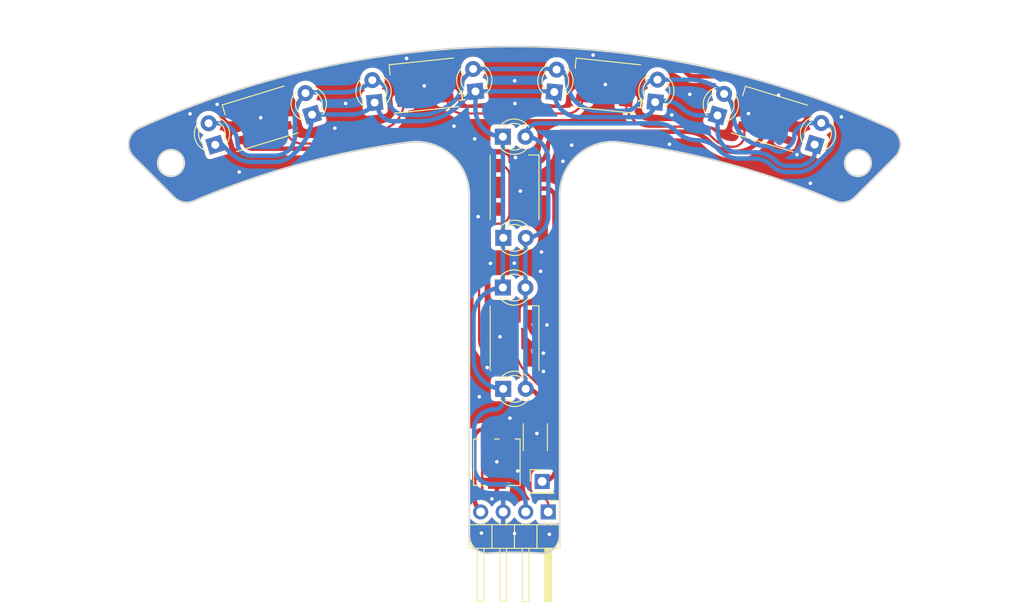
<source format=kicad_pcb>
(kicad_pcb (version 20221018) (generator pcbnew)
  (layers (0 "F.Cu" signal) (31 "B.Cu" signal) (34 "B.Paste" user) (35 "F.Paste" user) (36 "B.SilkS" user "B.Silkscreen") (37 "F.SilkS" user "F.Silkscreen") (38 "B.Mask" user) (39 "F.Mask" user) (44 "Edge.Cuts" user))
  (net 0 "")
  (net 1 "Net-(D1-DOUT)")
  (net 2 "GND")
  (net 3 "+5V")
  (net 4 "/PWM")
  (net 5 "Net-(D2-DOUT)")
  (net 6 "Net-(D3-DOUT)")
  (net 7 "Net-(D4-DOUT)")
  (net 8 "+3.3V")
  (net 9 "/S")
  (net 10 "Net-(Q1-E)")
  (net 12 "Net-(D4-DIN)")
  (footprint "Connector_PinHeader_2.54mm:PinHeader_1x01_P2.54mm_Vertical" (layer "F.Cu") (at 157.1 72.5)
    (fp_text reference "J2" hide)
    (fp_text value "Conn_01x01_Pin")
    (pad "1" thru_hole rect (at 0 0) (size 1.7 1.7) (drill 1) (layers "*.Cu" "*.Mask") (net 3 "+5V"))
  )
  (footprint "LED_THT:LED_D3.0mm_Clear" (layer "F.Cu") (at 176.863974 31.23794 73)
    (fp_text reference "Q7" hide)
    (fp_text value "Q_Photo_NPN")
    (pad "1" thru_hole rect (at 0 0 73) (size 1.8 1.8) (drill 0.9) (layers "*.Cu" "*.Mask") (net 8 "+3.3V"))
    (pad "2" thru_hole circle (at 2.54 0 73) (size 1.8 1.8) (drill 0.9) (layers "*.Cu" "*.Mask") (net 10 "Net-(Q1-E)"))
  )
  (footprint "LED_THT:LED_D3.0mm_Clear" (layer "F.Cu") (at 152.705 62.06)
    (fp_text reference "Q12" hide)
    (fp_text value "Q_Photo_NPN")
    (pad "1" thru_hole rect (at 0 0) (size 1.8 1.8) (drill 0.9) (layers "*.Cu" "*.Mask") (net 8 "+3.3V"))
    (pad "2" thru_hole circle (at 2.54 0) (size 1.8 1.8) (drill 0.9) (layers "*.Cu" "*.Mask") (net 10 "Net-(Q1-E)"))
  )
  (footprint "LED_SMD:LED_WS2812B_PLCC4_5.0x5.0mm_P3.2mm" (layer "F.Cu") (at 182.708943 31.649842 163)
    (fp_text reference "D5" hide)
    (fp_text value "NeoPixel_THT")
    (pad "1" smd rect (at -2.45 -1.65 163) (size 1.5 0.9) (layers "F.Cu" "F.Paste" "F.Mask"))
    (pad "2" smd rect (at -2.45 1.65 163) (size 1.5 0.9) (layers "F.Cu" "F.Paste" "F.Mask") (net 2 "GND"))
    (pad "3" smd rect (at 2.45 1.65 163) (size 1.5 0.9) (layers "F.Cu" "F.Paste" "F.Mask") (net 3 "+5V"))
    (pad "4" smd rect (at 2.45 -1.65 163) (size 1.5 0.9) (layers "F.Cu" "F.Paste" "F.Mask") (net 7 "Net-(D4-DOUT)"))
  )
  (footprint "LED_THT:LED_D3.0mm_Clear" (layer "F.Cu") (at 149.582139 28.53351 96)
    (fp_text reference "Q4" hide)
    (fp_text value "Q_Photo_NPN")
    (pad "1" thru_hole rect (at 0 0 96) (size 1.8 1.8) (drill 0.9) (layers "*.Cu" "*.Mask") (net 8 "+3.3V"))
    (pad "2" thru_hole circle (at 2.54 0 96) (size 1.8 1.8) (drill 0.9) (layers "*.Cu" "*.Mask") (net 10 "Net-(Q1-E)"))
  )
  (footprint "LED_SMD:LED_WS2812B_PLCC4_5.0x5.0mm_P3.2mm" (layer "F.Cu") (at 125.327475 31.625876 -163)
    (fp_text reference "D3" hide)
    (fp_text value "NeoPixel_THT")
    (pad "1" smd rect (at -2.45 -1.65 197) (size 1.5 0.9) (layers "F.Cu" "F.Paste" "F.Mask") (net 6 "Net-(D3-DOUT)"))
    (pad "2" smd rect (at -2.45 1.65 197) (size 1.5 0.9) (layers "F.Cu" "F.Paste" "F.Mask") (net 2 "GND"))
    (pad "3" smd rect (at 2.45 1.65 197) (size 1.5 0.9) (layers "F.Cu" "F.Paste" "F.Mask") (net 3 "+5V"))
    (pad "4" smd rect (at 2.45 -1.65 197) (size 1.5 0.9) (layers "F.Cu" "F.Paste" "F.Mask") (net 5 "Net-(D2-DOUT)"))
  )
  (footprint "LED_THT:LED_D3.0mm_Clear" (layer "F.Cu") (at 131.164465 31.153672 107)
    (fp_text reference "Q2" hide)
    (fp_text value "Q_Photo_NPN")
    (pad "1" thru_hole rect (at 0 0 107) (size 1.8 1.8) (drill 0.9) (layers "*.Cu" "*.Mask") (net 8 "+3.3V"))
    (pad "2" thru_hole circle (at 2.54 0 107) (size 1.8 1.8) (drill 0.9) (layers "*.Cu" "*.Mask") (net 10 "Net-(Q1-E)"))
  )
  (footprint "LED_SMD:LED_WS2812B_PLCC4_5.0x5.0mm_P3.2mm" (layer "F.Cu") (at 153.985 56.35 90)
    (fp_text reference "D1" hide)
    (fp_text value "NeoPixel_THT")
    (pad "1" smd rect (at -2.45 -1.65 90) (size 1.5 0.9) (layers "F.Cu" "F.Paste" "F.Mask") (net 1 "Net-(D1-DOUT)"))
    (pad "2" smd rect (at -2.45 1.65 90) (size 1.5 0.9) (layers "F.Cu" "F.Paste" "F.Mask") (net 2 "GND"))
    (pad "3" smd rect (at 2.45 1.65 90) (size 1.5 0.9) (layers "F.Cu" "F.Paste" "F.Mask") (net 3 "+5V"))
    (pad "4" smd rect (at 2.45 -1.65 90) (size 1.5 0.9) (layers "F.Cu" "F.Paste" "F.Mask") (net 4 "/PWM"))
  )
  (footprint "LED_THT:LED_D3.0mm_Clear" (layer "F.Cu") (at 187.81208 34.522371 73)
    (fp_text reference "Q8" hide)
    (fp_text value "Q_Photo_NPN")
    (pad "1" thru_hole rect (at 0 0 73) (size 1.8 1.8) (drill 0.9) (layers "*.Cu" "*.Mask") (net 8 "+3.3V"))
    (pad "2" thru_hole circle (at 2.54 0 73) (size 1.8 1.8) (drill 0.9) (layers "*.Cu" "*.Mask") (net 10 "Net-(Q1-E)"))
  )
  (footprint "LED_THT:LED_D3.0mm_Clear" (layer "F.Cu") (at 138.221025 29.787942 96)
    (fp_text reference "Q3" hide)
    (fp_text value "Q_Photo_NPN")
    (pad "1" thru_hole rect (at 0 0 96) (size 1.8 1.8) (drill 0.9) (layers "*.Cu" "*.Mask") (net 8 "+3.3V"))
    (pad "2" thru_hole circle (at 2.54 0 96) (size 1.8 1.8) (drill 0.9) (layers "*.Cu" "*.Mask") (net 10 "Net-(Q1-E)"))
  )
  (footprint "Connector_PinHeader_2.54mm:PinHeader_1x04_P2.54mm_Horizontal" (layer "F.Cu") (at 157.784013 75.93102 -90)
    (fp_text reference "J1" hide)
    (fp_text value "Conn_01x04_Pin")
    (pad "1" thru_hole rect (at 0 0 270) (size 1.7 1.7) (drill 1) (layers "*.Cu" "*.Mask") (net 4 "/PWM"))
    (pad "2" thru_hole oval (at 0 2.54 270) (size 1.7 1.7) (drill 1) (layers "*.Cu" "*.Mask") (net 8 "+3.3V"))
    (pad "3" thru_hole oval (at 0 5.08 270) (size 1.7 1.7) (drill 1) (layers "*.Cu" "*.Mask") (net 2 "GND"))
    (pad "4" thru_hole oval (at 0 7.62 270) (size 1.7 1.7) (drill 1) (layers "*.Cu" "*.Mask") (net 9 "/S"))
  )
  (footprint "Resistor_SMD:R_2010_5025Metric" (layer "F.Cu") (at 156.33 67.51 90)
    (fp_text reference "R1" hide)
    (fp_text value "1K")
    (pad "1" smd roundrect (at -2.3125 0 90) (size 1.225 2.65) (layers "F.Cu" "F.Paste" "F.Mask") (roundrect_rratio 0.2040816327) (net 9 "/S"))
    (pad "2" smd roundrect (at 2.3125 0 90) (size 1.225 2.65) (layers "F.Cu" "F.Paste" "F.Mask") (roundrect_rratio 0.2040816327) (net 10 "Net-(Q1-E)"))
  )
  (footprint "LED_THT:LED_D3.0mm_Clear" (layer "F.Cu") (at 169.834742 29.737884 84)
    (fp_text reference "Q6" hide)
    (fp_text value "Q_Photo_NPN")
    (pad "1" thru_hole rect (at 0 0 84) (size 1.8 1.8) (drill 0.9) (layers "*.Cu" "*.Mask") (net 8 "+3.3V"))
    (pad "2" thru_hole circle (at 2.54 0 84) (size 1.8 1.8) (drill 0.9) (layers "*.Cu" "*.Mask") (net 10 "Net-(Q1-E)"))
  )
  (footprint "Potentiometer_SMD:Potentiometer_Vishay_TS53YJ_Vertical" (layer "F.Cu") (at 151.99 70.33 90)
    (fp_text reference "RV1" hide)
    (fp_text value "R_Potentiometer_Trim_US")
    (pad "1" smd rect (at 2 -1.15 90) (size 2 1.3) (layers "F.Cu" "F.Paste" "F.Mask"))
    (pad "2" smd rect (at -2 0 90) (size 2 2) (layers "F.Cu" "F.Paste" "F.Mask") (net 2 "GND"))
    (pad "3" smd rect (at 2 1.15 90) (size 2 1.3) (layers "F.Cu" "F.Paste" "F.Mask") (net 9 "/S"))
  )
  (footprint "LED_SMD:LED_WS2812B_PLCC4_5.0x5.0mm_P3.2mm" (layer "F.Cu") (at 153.985 39.35 90)
    (fp_text reference "D2" hide)
    (fp_text value "NeoPixel_THT")
    (pad "1" smd rect (at -2.45 -1.65 90) (size 1.5 0.9) (layers "F.Cu" "F.Paste" "F.Mask") (net 5 "Net-(D2-DOUT)"))
    (pad "2" smd rect (at -2.45 1.65 90) (size 1.5 0.9) (layers "F.Cu" "F.Paste" "F.Mask") (net 2 "GND"))
    (pad "3" smd rect (at 2.45 1.65 90) (size 1.5 0.9) (layers "F.Cu" "F.Paste" "F.Mask") (net 3 "+5V"))
    (pad "4" smd rect (at 2.45 -1.65 90) (size 1.5 0.9) (layers "F.Cu" "F.Paste" "F.Mask") (net 1 "Net-(D1-DOUT)"))
  )
  (footprint "LED_SMD:LED_WS2812B_PLCC4_5.0x5.0mm_P3.2mm" (layer "F.Cu") (at 143.762291 27.883288 -174)
    (fp_text reference "D6" hide)
    (fp_text value "NeoPixel_THT")
    (fp_text user "1" (at -4.15 -1.6 6) (layer "F.SilkS"))
    (pad "1" smd rect (at -2.45 -1.65 186) (size 1.5 0.9) (layers "F.Cu" "F.Paste" "F.Mask") (net 12 "Net-(D4-DIN)"))
    (pad "2" smd rect (at -2.45 1.65 186) (size 1.5 0.9) (layers "F.Cu" "F.Paste" "F.Mask") (net 2 "GND"))
    (pad "3" smd rect (at 2.45 1.65 186) (size 1.5 0.9) (layers "F.Cu" "F.Paste" "F.Mask") (net 3 "+5V"))
    (pad "4" smd rect (at 2.45 -1.65 186) (size 1.5 0.9) (layers "F.Cu" "F.Paste" "F.Mask") (net 6 "Net-(D3-DOUT)"))
  )
  (footprint "LED_THT:LED_D3.0mm_Clear" (layer "F.Cu") (at 152.67 50.64)
    (fp_text reference "Q11" hide)
    (fp_text value "Q_Photo_NPN")
    (pad "1" thru_hole rect (at 0 0) (size 1.8 1.8) (drill 0.9) (layers "*.Cu" "*.Mask") (net 8 "+3.3V"))
    (pad "2" thru_hole circle (at 2.54 0) (size 1.8 1.8) (drill 0.9) (layers "*.Cu" "*.Mask") (net 10 "Net-(Q1-E)"))
  )
  (footprint "LED_THT:LED_D3.0mm_Clear" (layer "F.Cu") (at 120.251444 34.552859 107)
    (fp_text reference "Q1" hide)
    (fp_text value "Q_Photo_NPN")
    (pad "1" thru_hole rect (at 0 0 107) (size 1.8 1.8) (drill 0.9) (layers "*.Cu" "*.Mask") (net 8 "+3.3V"))
    (pad "2" thru_hole circle (at 2.54 0 107) (size 1.8 1.8) (drill 0.9) (layers "*.Cu" "*.Mask") (net 10 "Net-(Q1-E)"))
  )
  (footprint "LED_SMD:LED_WS2812B_PLCC4_5.0x5.0mm_P3.2mm" (layer "F.Cu") (at 164.27726 27.891856 174)
    (fp_text reference "D4" hide)
    (fp_text value "NeoPixel_THT")
    (fp_text user "1" (at -4.15 -1.6 174) (layer "F.SilkS"))
    (pad "1" smd rect (at -2.45 -1.65 174) (size 1.5 0.9) (layers "F.Cu" "F.Paste" "F.Mask") (net 7 "Net-(D4-DOUT)"))
    (pad "2" smd rect (at -2.45 1.65 174) (size 1.5 0.9) (layers "F.Cu" "F.Paste" "F.Mask") (net 2 "GND"))
    (pad "3" smd rect (at 2.45 1.65 174) (size 1.5 0.9) (layers "F.Cu" "F.Paste" "F.Mask") (net 3 "+5V"))
    (pad "4" smd rect (at 2.45 -1.65 174) (size 1.5 0.9) (layers "F.Cu" "F.Paste" "F.Mask") (net 12 "Net-(D4-DIN)"))
  )
  (footprint "LED_THT:LED_D3.0mm_Clear" (layer "F.Cu") (at 152.72 45.04)
    (fp_text reference "Q10" hide)
    (fp_text value "Q_Photo_NPN")
    (pad "1" thru_hole rect (at 0 0) (size 1.8 1.8) (drill 0.9) (layers "*.Cu" "*.Mask") (net 8 "+3.3V"))
    (pad "2" thru_hole circle (at 2.54 0) (size 1.8 1.8) (drill 0.9) (layers "*.Cu" "*.Mask") (net 10 "Net-(Q1-E)"))
  )
  (footprint "LED_THT:LED_D3.0mm_Clear" (layer "F.Cu") (at 158.461085 28.602795 84)
    (fp_text reference "Q5" hide)
    (fp_text value "Q_Photo_NPN")
    (pad "1" thru_hole rect (at 0 0 84) (size 1.8 1.8) (drill 0.9) (layers "*.Cu" "*.Mask") (net 8 "+3.3V"))
    (pad "2" thru_hole circle (at 2.54 0 84) (size 1.8 1.8) (drill 0.9) (layers "*.Cu" "*.Mask") (net 10 "Net-(Q1-E)"))
  )
  (footprint "LED_THT:LED_D3.0mm_Clear" (layer "F.Cu") (at 152.67 33.64)
    (fp_text reference "Q9" hide)
    (fp_text value "Q_Photo_NPN")
    (pad "1" thru_hole rect (at 0 0) (size 1.8 1.8) (drill 0.9) (layers "*.Cu" "*.Mask") (net 8 "+3.3V"))
    (pad "2" thru_hole circle (at 2.54 0) (size 1.8 1.8) (drill 0.9) (layers "*.Cu" "*.Mask") (net 10 "Net-(Q1-E)"))
  )
  (gr_arc (start 159.06 40.197887) (mid 161.100121 35.690214) (end 165.833092 34.247902) (stroke (width 0.2)) (layer "Edge.Cuts"))
  (gr_line (start 111.075334 35.908289) (end 115.624803 40.457758) (stroke (width 0.2)) (layer "Edge.Cuts"))
  (gr_line (start 159.06 78.582112) (end 159.06 40.197887) (stroke (width 0.2)) (layer "Edge.Cuts"))
  (gr_arc (start 159.06 78.582112) (mid 158.427077 80.041943) (end 156.928895 80.57781) (stroke (width 0.2)) (layer "Edge.Cuts"))
  (gr_circle (center 115.267137 36.603254) (end 115.267137 35.103254) (stroke (width 0.2)) (fill none) (layer "Edge.Cuts"))
  (gr_arc (start 117.824974 40.882639) (mid 129.746814 36.72968) (end 142.124944 34.247902) (stroke (width 0.2)) (layer "Edge.Cuts"))
  (gr_arc (start 111.659758 32.674336) (mid 153.979018 23.481018) (end 196.298278 32.674336) (stroke (width 0.2)) (layer "Edge.Cuts"))
  (gr_line (start 148.898036 40.197887) (end 148.898036 78.582112) (stroke (width 0.2)) (layer "Edge.Cuts"))
  (gr_arc (start 151.029141 80.57781) (mid 153.979018 80.48102) (end 156.928895 80.57781) (stroke (width 0.2)) (layer "Edge.Cuts"))
  (gr_arc (start 111.075334 35.908289) (mid 110.521481 34.13843) (end 111.659758 32.674336) (stroke (width 0.2)) (layer "Edge.Cuts"))
  (gr_arc (start 151.029141 80.57781) (mid 149.530948 80.041951) (end 148.898036 78.582112) (stroke (width 0.2)) (layer "Edge.Cuts"))
  (gr_circle (center 192.690899 36.603254) (end 192.690899 35.103254) (stroke (width 0.2)) (fill none) (layer "Edge.Cuts"))
  (gr_arc (start 142.124944 34.247902) (mid 146.857919 35.690205) (end 148.898036 40.197887) (stroke (width 0.2)) (layer "Edge.Cuts"))
  (gr_line (start 192.333233 40.457758) (end 196.882702 35.908289) (stroke (width 0.2)) (layer "Edge.Cuts"))
  (gr_arc (start 196.298278 32.674336) (mid 197.436637 34.138387) (end 196.882702 35.908289) (stroke (width 0.2)) (layer "Edge.Cuts"))
  (gr_arc (start 117.824974 40.882639) (mid 116.659796 41.007263) (end 115.624803 40.457758) (stroke (width 0.2)) (layer "Edge.Cuts"))
  (gr_arc (start 192.333233 40.457758) (mid 191.298238 41.00726) (end 190.133062 40.882639) (stroke (width 0.2)) (layer "Edge.Cuts"))
  (gr_arc (start 165.833092 34.247902) (mid 178.211224 36.729674) (end 190.133062 40.882639) (stroke (width 0.2)) (layer "Edge.Cuts"))
  (segment (start 150.769813 43.997342) (end 151.008203 43.81442) (width 0.25) (layer "F.Cu") (net 1))
  (segment (start 151.836287 43.471425) (end 152.1342 43.432208) (width 0.25) (layer "F.Cu") (net 1))
  (segment (start 151.26843 43.66418) (end 151.546042 43.549192) (width 0.25) (layer "F.Cu") (net 1))
  (segment (start 150.03246 56.913007) (end 149.992377 56.608547) (width 0.25) (layer "F.Cu") (net 1))
  (segment (start 150.109191 44.986044) (end 150.224178 44.708433) (width 0.25) (layer "F.Cu") (net 1))
  (segment (start 150.55734 44.209816) (end 150.769813 43.997342) (width 0.25) (layer "F.Cu") (net 1))
  (segment (start 151.546042 43.549192) (end 151.836287 43.471425) (width 0.25) (layer "F.Cu") (net 1))
  (segment (start 150.787088 58.220058) (end 150.569945 58.002915) (width 0.25) (layer "F.Cu") (net 1))
  (segment (start 150.383002 57.759287) (end 150.229458 57.493342) (width 0.25) (layer "F.Cu") (net 1))
  (segment (start 150.224178 44.708433) (end 150.374418 44.448206) (width 0.25) (layer "F.Cu") (net 1))
  (segment (start 152.335 58.8) (end 152.181457 58.797624) (width 0.25) (layer "F.Cu") (net 1))
  (segment (start 150.229458 57.493342) (end 150.111941 57.20963) (width 0.25) (layer "F.Cu") (net 1))
  (segment (start 149.99 56.455004) (end 149.99 45.724445) (width 0.25) (layer "F.Cu") (net 1))
  (segment (start 151.580373 58.678061) (end 151.296662 58.560544) (width 0.25) (layer "F.Cu") (net 1))
  (segment (start 152.1342 43.432208) (end 152.284442 43.429999) (width 0.25) (layer "F.Cu") (net 1))
  (segment (start 153.42 42.294437) (end 153.42 37.985002) (width 0.25) (layer "F.Cu") (net 1))
  (segment (start 150.111941 57.20963) (end 150.03246 56.913007) (width 0.25) (layer "F.Cu") (net 1))
  (segment (start 149.992208 45.574203) (end 150.031424 45.27629) (width 0.25) (layer "F.Cu") (net 1))
  (segment (start 150.374418 44.448206) (end 150.55734 44.209816) (width 0.25) (layer "F.Cu") (net 1))
  (segment (start 149.992377 56.608547) (end 149.99 56.455004) (width 0.25) (layer "F.Cu") (net 1))
  (segment (start 150.031424 45.27629) (end 150.109191 44.986044) (width 0.25) (layer "F.Cu") (net 1))
  (segment (start 149.99 45.724445) (end 149.992208 45.574203) (width 0.25) (layer "F.Cu") (net 1))
  (segment (start 151.876997 58.757541) (end 151.580373 58.678061) (width 0.25) (layer "F.Cu") (net 1))
  (segment (start 151.008203 43.81442) (end 151.26843 43.66418) (width 0.25) (layer "F.Cu") (net 1))
  (segment (start 152.181457 58.797624) (end 151.876997 58.757541) (width 0.25) (layer "F.Cu") (net 1))
  (segment (start 151.296662 58.560544) (end 151.030717 58.407) (width 0.25) (layer "F.Cu") (net 1))
  (segment (start 151.030717 58.407) (end 150.787088 58.220058) (width 0.25) (layer "F.Cu") (net 1))
  (segment (start 150.569945 58.002915) (end 150.383002 57.759287) (width 0.25) (layer "F.Cu") (net 1))
  (arc (start 153.42 42.294437) (mid 153.087402 43.097401) (end 152.284442 43.429999) (width 0.25) (layer "F.Cu") (net 1))
  (arc (start 153.42 37.985002) (mid 153.10221 37.21779) (end 152.335 36.9) (width 0.25) (layer "F.Cu") (net 1))
  (via (at 147.16 32.45) (size 0.8) (drill 0.4) (layers "F.Cu" "B.Cu") (net 2))
  (via (at 153.99 78.36) (size 0.8) (drill 0.4) (layers "F.Cu" "B.Cu") (net 2))
  (via (at 150.01 62.95) (size 0.8) (drill 0.4) (layers "F.Cu" "B.Cu") (net 2))
  (via (at 160.42 34.59) (size 0.8) (drill 0.4) (layers "F.Cu" "B.Cu") (net 2))
  (via (at 183.74 28.95) (size 0.8) (drill 0.4) (layers "F.Cu" "B.Cu") (net 2))
  (via (at 153.96 47.89) (size 0.8) (drill 0.4) (layers "F.Cu" "B.Cu") (net 2))
  (via (at 187.33 38.89) (size 0.8) (drill 0.4) (layers "F.Cu" "B.Cu") (net 2))
  (via (at 171.45 34.49) (size 0.8) (drill 0.4) (layers "F.Cu" "B.Cu") (net 2))
  (via (at 151.27 47.92) (size 0.8) (drill 0.4) (layers "F.Cu" "B.Cu") (net 2))
  (via (at 190.82 31.41) (size 0.8) (drill 0.4) (layers "F.Cu" "B.Cu") (net 2))
  (via (at 153.46 65.36) (size 0.8) (drill 0.4) (layers "F.Cu" "B.Cu") (net 2))
  (via (at 156.92 48.81) (size 0.8) (drill 0.4) (layers "F.Cu" "B.Cu") (net 2))
  (via (at 164.22 27.76) (size 0.8) (drill 0.4) (layers "F.Cu" "B.Cu") (net 2))
  (via (at 154.09 35.99) (size 0.8) (drill 0.4) (layers "F.Cu" "B.Cu") (net 2))
  (via (at 152.35 56.19) (size 0.8) (drill 0.4) (layers "F.Cu" "B.Cu") (net 2))
  (via (at 149.88 42.65) (size 0.8) (drill 0.4) (layers "F.Cu" "B.Cu") (net 2))
  (via (at 120.47 29.99) (size 0.8) (drill 0.4) (layers "F.Cu" "B.Cu") (net 2))
  (via (at 157.02 46.64) (size 0.8) (drill 0.4) (layers "F.Cu" "B.Cu") (net 2))
  (via (at 134.94 29.89) (size 0.8) (drill 0.4) (layers "F.Cu" "B.Cu") (net 2))
  (via (at 122.95 37.62) (size 0.8) (drill 0.4) (layers "F.Cu" "B.Cu") (net 2))
  (via (at 151.99 70.28) (size 0.8) (drill 0.4) (layers "F.Cu" "B.Cu") (net 2))
  (via (at 150.91 59.65) (size 0.8) (drill 0.4) (layers "F.Cu" "B.Cu") (net 2))
  (via (at 125.38 31.5) (size 0.8) (drill 0.4) (layers "F.Cu" "B.Cu") (net 2))
  (via (at 149.49 33.88) (size 0.8) (drill 0.4) (layers "F.Cu" "B.Cu") (net 2))
  (via (at 162.84 24.44) (size 0.8) (drill 0.4) (layers "F.Cu" "B.Cu") (net 2))
  (via (at 173.74 28.86) (size 0.8) (drill 0.4) (layers "F.Cu" "B.Cu") (net 2))
  (via (at 154 27.33) (size 0.8) (drill 0.4) (layers "F.Cu" "B.Cu") (net 2))
  (via (at 157.91 78.45) (size 0.8) (drill 0.4) (layers "F.Cu" "B.Cu") (net 2))
  (via (at 154.03 29.9) (size 0.8) (drill 0.4) (layers "F.Cu" "B.Cu") (net 2))
  (via (at 157.64 54.86) (size 0.8) (drill 0.4) (layers "F.Cu" "B.Cu") (net 2))
  (via (at 154.64 39.77) (size 0.8) (drill 0.4) (layers "F.Cu" "B.Cu") (net 2))
  (via (at 157.24 60.1) (size 0.8) (drill 0.4) (layers "F.Cu" "B.Cu") (net 2))
  (via (at 185.82 35.66) (size 0.8) (drill 0.4) (layers "F.Cu" "B.Cu") (net 2))
  (via (at 159.44 36.41) (size 0.8) (drill 0.4) (layers "F.Cu" "B.Cu") (net 2))
  (via (at 157.24 58.03) (size 0.8) (drill 0.4) (layers "F.Cu" "B.Cu") (net 2))
  (via (at 150.25 78.32) (size 0.8) (drill 0.4) (layers "F.Cu" "B.Cu") (net 2))
  (via (at 117.41 31.06) (size 0.8) (drill 0.4) (layers "F.Cu" "B.Cu") (net 2))
  (via (at 143.81 27.91) (size 0.8) (drill 0.4) (layers "F.Cu" "B.Cu") (net 2))
  (via (at 154.34 71.31) (size 0.8) (drill 0.4) (layers "F.Cu" "B.Cu") (net 2))
  (via (at 151.43 74.46) (size 0.8) (drill 0.4) (layers "F.Cu" "B.Cu") (net 2))
  (via (at 180.35 31.03) (size 0.8) (drill 0.4) (layers "F.Cu" "B.Cu") (net 2))
  (via (at 171.7 31.19) (size 0.8) (drill 0.4) (layers "F.Cu" "B.Cu") (net 2))
  (via (at 133.73 32.68) (size 0.8) (drill 0.4) (layers "F.Cu" "B.Cu") (net 2))
  (via (at 141.82 24.81) (size 0.8) (drill 0.4) (layers "F.Cu" "B.Cu") (net 2))
  (via (at 156.5 67.09) (size 0.8) (drill 0.4) (layers "F.Cu" "B.Cu") (net 2))
  (segment (start 130.854137 26.63) (end 134.012783 26.63) (width 0.5) (layer "F.Cu") (net 3))
  (segment (start 127.909353 27.45) (end 128.874518 27.45) (width 0.5) (layer "F.Cu") (net 3))
  (segment (start 162.013153 25.9948) (end 162.530986 25.9948) (width 0.5) (layer "F.Cu") (net 3))
  (segment (start 155.81 37.075) (end 155.81 38.48) (width 0.5) (layer "F.Cu") (net 3))
  (segment (start 155.635 53.9) (end 155.635 54.635397) (width 0.5) (layer "F.Cu") (net 3))
  (segment (start 182.61 31.11722) (end 182.61 31.504728) (width 0.5) (layer "F.Cu") (net 3))
  (segment (start 169.072893 25.232893) (end 169.087107 25.247107) (width 0.5) (layer "F.Cu") (net 3))
  (segment (start 156.81 39.48) (end 157.537756 39.48) (width 0.5) (layer "F.Cu") (net 3))
  (segment (start 173.284469 33.08) (end 159.455015 33.08) (width 0.5) (layer "F.Cu") (net 3))
  (segment (start 136.644214 25.54) (end 138.839417 25.54) (width 0.5) (layer "F.Cu") (net 3))
  (segment (start 165.077456 24.94) (end 168.365745 24.94) (width 0.5) (layer "F.Cu") (net 3))
  (segment (start 169.794214 25.54) (end 171.02994 25.54) (width 0.5) (layer "F.Cu") (net 3))
  (segment (start 174.144214 26.83) (end 177.495553 26.83) (width 0.5) (layer "F.Cu") (net 3))
  (segment (start 158.63 57.630404) (end 158.63 70.970002) (width 0.5) (layer "F.Cu") (net 3))
  (segment (start 158.49 40.432244) (end 158.49 51.044996) (width 0.5) (layer "F.Cu") (net 3))
  (segment (start 180.84841 28.924187) (end 180.84841 29.355628) (width 0.5) (layer "F.Cu") (net 3))
  (segment (start 155.635 36.9) (end 155.81 37.075) (width 0.5) (layer "F.Cu") (net 3))
  (segment (start 146.29178 24.37) (end 160.388347 24.37) (width 0.5) (layer "F.Cu") (net 3))
  (arc (start 179.644214 27.72) (mid 180.495712 28.072698) (end 180.84841 28.924187) (width 0.5) (layer "F.Cu") (net 3))
  (arc (start 173.284469 33.08) (mid 174.712354 33.364024) (end 175.922858 34.172858) (width 0.5) (layer "F.Cu") (net 3))
  (arc (start 162.530986 25.9948) (mid 162.913669 25.91868) (end 163.238093 25.701907) (width 0.5) (layer "F.Cu") (net 3))
  (arc (start 173.437107 26.537107) (mid 173.76153 26.75388) (end 174.144214 26.83) (width 0.5) (layer "F.Cu") (net 3))
  (arc (start 128.874518 27.45) (mid 129.563253 27.313002) (end 130.147107 26.922893) (width 0.5) (layer "F.Cu") (net 3))
  (arc (start 178.764731 35.35) (mid 177.226721 35.044071) (end 175.922858 34.172858) (width 0.5) (layer "F.Cu") (net 3))
  (arc (start 146.29178 24.37) (mid 144.867361 24.653335) (end 143.659799 25.460201) (width 0.5) (layer "F.Cu") (net 3))
  (arc (start 138.839417 25.54) (mid 140.091643 25.789083) (end 141.15324 26.498422) (width 0.5) (layer "F.Cu") (net 3))
  (arc (start 124.336392 28.93) (mid 125.614679 28.675732) (end 126.698363 27.951637) (width 0.5) (layer "F.Cu") (net 3))
  (arc (start 169.087107 25.247107) (mid 169.41153 25.46388) (end 169.794214 25.54) (width 0.5) (layer "F.Cu") (net 3))
  (arc (start 134.012783 26.63) (mid 135.054195 26.42285) (end 135.937107 25.832893) (width 0.5) (layer "F.Cu") (net 3))
  (arc (start 168.365745 24.94) (mid 168.748462 25.016126) (end 169.072893 25.232893) (width 0.5) (layer "F.Cu") (net 3))
  (arc (start 173.437107 26.537107) (mid 172.332666 25.799128) (end 171.02994 25.54) (width 0.5) (layer "F.Cu") (net 3))
  (arc (start 122.502115 30.764284) (mid 123.039362 29.467247) (end 124.336392 28.93) (width 0.5) (layer "F.Cu") (net 3))
  (arc (start 155.635 53.9) (mid 157.653789 53.063789) (end 158.49 51.044996) (width 0.5) (layer "F.Cu") (net 3))
  (arc (start 160.388347 24.37) (mid 161.537258 24.845895) (end 162.013153 25.9948) (width 0.5) (layer "F.Cu") (net 3))
  (arc (start 156.81 39.48) (mid 156.102893 39.187107) (end 155.81 38.48) (width 0.5) (layer "F.Cu") (net 3))
  (arc (start 159.455015 33.08) (mid 158.235245 33.585245) (end 157.73 34.805009) (width 0.5) (layer "F.Cu") (net 3))
  (arc (start 130.147107 26.922893) (mid 130.471528 26.706105) (end 130.854137 26.63) (width 0.5) (layer "F.Cu") (net 3))
  (arc (start 141.15324 26.498422) (mid 142.509811 26.228597) (end 143.659799 25.460201) (width 0.5) (layer "F.Cu") (net 3))
  (arc (start 157.419596 56.42) (mid 158.275481 56.774519) (end 158.63 57.630404) (width 0.5) (layer "F.Cu") (net 3))
  (arc (start 157.537756 39.48) (mid 158.211094 39.758906) (end 158.49 40.432244) (width 0.5) (layer "F.Cu") (net 3))
  (arc (start 178.937107 27.427107) (mid 179.26154 27.643886) (end 179.644214 27.72) (width 0.5) (layer "F.Cu") (net 3))
  (arc (start 180.84841 29.355628) (mid 182.094042 29.871586) (end 182.61 31.11722) (width 0.5) (layer "F.Cu") (net 3))
  (arc (start 157.73 34.805009) (mid 157.116391 36.286391) (end 155.635 36.9) (width 0.5) (layer "F.Cu") (net 3))
  (arc (start 127.909353 27.45) (mid 127.253996 27.580359) (end 126.698363 27.951637) (width 0.5) (layer "F.Cu") (net 3))
  (arc (start 178.937107 27.427107) (mid 178.27572 26.985185) (end 177.495553 26.83) (width 0.5) (layer "F.Cu") (net 3))
  (arc (start 136.644214 25.54) (mid 136.261531 25.61612) (end 135.937107 25.832893) (width 0.5) (layer "F.Cu") (net 3))
  (arc (start 182.61 31.504728) (mid 181.483746 34.223746) (end 178.764731 35.35) (width 0.5) (layer "F.Cu") (net 3))
  (arc (start 157.419596 56.42) (mid 156.157697 55.8973) (end 155.635 54.635397) (width 0.5) (layer "F.Cu") (net 3))
  (arc (start 157.1 72.5) (mid 158.181874 72.051874) (end 158.63 70.970002) (width 0.5) (layer "F.Cu") (net 3))
  (arc (start 165.077456 24.94) (mid 164.082016 25.138005) (end 163.238093 25.701907) (width 0.5) (layer "F.Cu") (net 3))
  (segment (start 154.12 55.684991) (end 154.12 57.316989) (width 0.25) (layer "F.Cu") (net 4))
  (segment (start 158.05 65.017599) (end 158.05 70.185607) (width 0.25) (layer "F.Cu") (net 4))
  (segment (start 157.784024 75.127459) (end 157.784013 75.93102) (width 0.25) (layer "F.Cu") (net 4))
  (segment (start 157.215607 71.02) (end 156.663285 71.02) (width 0.25) (layer "F.Cu") (net 4))
  (segment (start 155.78 71.903285) (end 155.78 73.123422) (width 0.25) (layer "F.Cu") (net 4))
  (segment (start 155.351502 60.29) (end 156.61521 61.553708) (width 0.25) (layer "F.Cu") (net 4))
  (segment (start 155.351453 60.29) (end 155.351502 60.29) (width 0.25) (layer "F.Cu") (net 4))
  (arc (start 152.335 53.9) (mid 153.597188 54.422812) (end 154.12 55.684991) (width 0.25) (layer "F.Cu") (net 4))
  (arc (start 155.78 73.123422) (mid 156.139256 73.990744) (end 157.006575 74.35) (width 0.25) (layer "F.Cu") (net 4))
  (arc (start 154.12 57.316989) (mid 154.440048 58.925979) (end 155.351453 60.29) (width 0.25) (layer "F.Cu") (net 4))
  (arc (start 155.78 71.903285) (mid 156.038708 71.278708) (end 156.663285 71.02) (width 0.25) (layer "F.Cu") (net 4))
  (arc (start 158.05 65.017599) (mid 157.67711 63.142955) (end 156.61521 61.553708) (width 0.25) (layer "F.Cu") (net 4))
  (arc (start 158.05 70.185607) (mid 157.805612 70.775612) (end 157.215607 71.02) (width 0.25) (layer "F.Cu") (net 4))
  (arc (start 157.006575 74.35) (mid 157.556318 74.577713) (end 157.784024 75.127459) (width 0.25) (layer "F.Cu") (net 4))
  (segment (start 123.466942 33.92009) (end 123.466942 33.99) (width 0.5) (layer "F.Cu") (net 5))
  (segment (start 124.466943 34.99) (end 133.542644 34.99) (width 0.5) (layer "F.Cu") (net 5))
  (segment (start 137.260465 33.45) (end 143.985004 33.45) (width 0.5) (layer "F.Cu") (net 5))
  (arc (start 150.34 39.805003) (mid 148.478665 35.311335) (end 143.985004 33.45) (width 0.5) (layer "F.Cu") (net 5))
  (arc (start 133.542644 34.99) (mid 134.482565 34.803037) (end 135.27939 34.270613) (width 0.5) (layer "F.Cu") (net 5))
  (arc (start 124.466943 34.99) (mid 123.759836 34.697106) (end 123.466942 33.99) (width 0.5) (layer "F.Cu") (net 5))
  (arc (start 150.34 39.805003) (mid 150.924321 41.215679) (end 152.335 41.8) (width 0.5) (layer "F.Cu") (net 5))
  (arc (start 135.27939 34.270613) (mid 136.188333 33.663262) (end 137.260465 33.45) (width 0.5) (layer "F.Cu") (net 5))
  (segment (start 130.080372 34.415) (end 133.549229 34.415) (width 0.25) (layer "F.Cu") (net 6))
  (segment (start 137.266876 32.875) (end 138.40353 32.875) (width 0.25) (layer "F.Cu") (net 6))
  (arc (start 134.868225 33.868636) (mid 134.263068 34.273004) (end 133.549229 34.415) (width 0.25) (layer "F.Cu") (net 6))
  (arc (start 134.868225 33.868636) (mid 135.968774 33.133217) (end 137.266876 32.875) (width 0.25) (layer "F.Cu") (net 6))
  (arc (start 138.40353 32.875) (mid 140.591781 31.968597) (end 141.498184 29.780344) (width 0.25) (layer "F.Cu") (net 6))
  (arc (start 128.152835 32.487468) (mid 128.717398 33.850437) (end 130.080372 34.415) (width 0.25) (layer "F.Cu") (net 6))
  (segment (start 176.312665 33.749493) (end 176.451036 33.887864) (width 0.25) (layer "F.Cu") (net 7))
  (segment (start 169.257452 32.505) (end 173.308191 32.505) (width 0.25) (layer "F.Cu") (net 7))
  (segment (start 179.883583 33.484219) (end 179.883583 32.511434) (width 0.25) (layer "F.Cu") (net 7))
  (arc (start 176.312665 33.749493) (mid 174.934201 32.828433) (end 173.308191 32.505) (width 0.25) (layer "F.Cu") (net 7))
  (arc (start 176.451036 33.887864) (mid 177.43367 34.544441) (end 178.592813 34.775006) (width 0.25) (layer "F.Cu") (net 7))
  (arc (start 179.883583 33.484219) (mid 179.505525 34.396939) (end 178.592813 34.775006) (width 0.25) (layer "F.Cu") (net 7))
  (arc (start 166.541367 29.788912) (mid 167.33689 31.709477) (end 169.257452 32.505) (width 0.25) (layer "F.Cu") (net 7))
  (segment (start 169.834742 29.737884) (end 169.962626 29.61) (width 0.5) (layer "B.Cu") (net 8))
  (segment (start 131.164465 31.153672) (end 131.178137 31.14) (width 0.5) (layer "B.Cu") (net 8))
  (segment (start 152.67 44.99) (end 152.72 45.04) (width 0.5) (layer "B.Cu") (net 8))
  (segment (start 124.45961 36.48) (end 126.953123 36.48) (width 0.5) (layer "B.Cu") (net 8))
  (segment (start 149.36 58.715) (end 149.36 53.949992) (width 0.5) (layer "B.Cu") (net 8))
  (segment (start 151.705 64.39) (end 151.645178 64.39) (width 0.5) (layer "B.Cu") (net 8))
  (segment (start 152.67 33.64) (end 152.67 44.99) (width 0.5) (layer "B.Cu") (net 8))
  (segment (start 152.705 62.06) (end 152.705 63.390004) (width 0.5) (layer "B.Cu") (net 8))
  (segment (start 176.863974 31.23794) (end 176.863974 32.883717) (width 0.5) (layer "B.Cu") (net 8))
  (segment (start 152.66 50.65) (end 152.67 50.64) (width 0.5) (layer "B.Cu") (net 8))
  (segment (start 138.221025 30.008975) (end 138.221025 29.787942) (width 0.5) (layer "B.Cu") (net 8))
  (segment (start 187.81208 35.475955) (end 187.81208 34.522371) (width 0.5) (layer "B.Cu") (net 8))
  (segment (start 147.821512 29.978488) (end 149.26649 28.53351) (width 0.5) (layer "B.Cu") (net 8))
  (segment (start 138.178967 29.83) (end 138.221025 29.787942) (width 0.5) (layer "B.Cu") (net 8))
  (segment (start 131.164465 31.153672) (end 131.816328 31.153672) (width 0.5) (layer "B.Cu") (net 8))
  (segment (start 140.323076 31.89) (end 143.206714 31.89) (width 0.5) (layer "B.Cu") (net 8))
  (segment (start 151.4441 72.820003) (end 152.905862 72.819998) (width 0.5) (layer "B.Cu") (net 8))
  (segment (start 149.43 66.605196) (end 149.43 70.805912) (width 0.5) (layer "B.Cu") (net 8))
  (segment (start 158.3918 28.53351) (end 158.461085 28.602795) (width 0.5) (layer "B.Cu") (net 8))
  (segment (start 131.178137 31.14) (end 135.490465 31.14) (width 0.5) (layer "B.Cu") (net 8))
  (segment (start 149.582139 28.53351) (end 158.3918 28.53351) (width 0.5) (layer "B.Cu") (net 8))
  (segment (start 129.081675 35.598325) (end 129.494364 35.185636) (width 0.5) (layer "B.Cu") (net 8))
  (segment (start 155.244013 75.158141) (end 155.244013 75.93102) (width 0.5) (layer "B.Cu") (net 8))
  (segment (start 138.221025 29.787942) (end 138.58 30.146917) (width 0.5) (layer "B.Cu") (net 8))
  (segment (start 179.20699 35.39618) (end 181.049396 35.39618) (width 0.5) (layer "B.Cu") (net 8))
  (segment (start 149.26649 28.53351) (end 149.582139 28.53351) (width 0.5) (layer "B.Cu") (net 8))
  (segment (start 184.752312 36.93) (end 185.917006 36.93) (width 0.5) (layer "B.Cu") (net 8))
  (segment (start 174.946705 31.23794) (end 176.863974 31.23794) (width 0.5) (layer "B.Cu") (net 8))
  (segment (start 187.519188 36.18306) (end 187.377001 36.325248) (width 0.5) (layer "B.Cu") (net 8))
  (segment (start 120.251444 34.552859) (end 121.05 34.552859) (width 0.5) (layer "B.Cu") (net 8))
  (segment (start 152.67 45.09) (end 152.72 45.04) (width 0.5) (layer "B.Cu") (net 8))
  (segment (start 149.582139 30.552139) (end 149.582139 28.53351) (width 0.5) (layer "B.Cu") (net 8))
  (segment (start 121.05 34.552859) (end 121.928876 35.431735) (width 0.5) (layer "B.Cu") (net 8))
  (segment (start 161.288283 31.43) (end 168.142628 31.43) (width 0.5) (layer "B.Cu") (net 8))
  (segment (start 169.962626 29.61) (end 171.016604 29.61) (width 0.5) (layer "B.Cu") (net 8))
  (segment (start 152.67 50.64) (end 152.67 45.09) (width 0.5) (layer "B.Cu") (net 8))
  (arc (start 152.905862 72.819998) (mid 154.559184 73.504821) (end 155.244013 75.158141) (width 0.5) (layer "B.Cu") (net 8))
  (arc (start 152.705 63.390004) (mid 152.412108 64.097108) (end 151.705 64.39) (width 0.5) (layer "B.Cu") (net 8))
  (arc (start 158.461085 28.602795) (mid 159.289152 30.601933) (end 161.288283 31.43) (width 0.5) (layer "B.Cu") (net 8))
  (arc (start 187.519188 36.18306) (mid 187.73596 35.858637) (end 187.81208 35.475955) (width 0.5) (layer "B.Cu") (net 8))
  (arc (start 131.164465 31.153672) (mid 130.73042 33.335747) (end 129.494364 35.185636) (width 0.5) (layer "B.Cu") (net 8))
  (arc (start 172.797858 30.347858) (mid 173.783757 31.006615) (end 174.946705 31.23794) (width 0.5) (layer "B.Cu") (net 8))
  (arc (start 184.752312 36.93) (mid 184.057218 36.791735) (end 183.467948 36.397993) (width 0.5) (layer "B.Cu") (net 8))
  (arc (start 172.797858 30.347858) (mid 171.980577 29.801746) (end 171.016604 29.61) (width 0.5) (layer "B.Cu") (net 8))
  (arc (start 138.58 30.146917) (mid 139.090535 31.379465) (end 140.323076 31.89) (width 0.5) (layer "B.Cu") (net 8))
  (arc (start 126.953123 36.48) (mid 128.105087 36.25086) (end 129.081675 35.598325) (width 0.5) (layer "B.Cu") (net 8))
  (arc (start 168.142628 31.43) (mid 169.339133 30.934391) (end 169.834742 29.737884) (width 0.5) (layer "B.Cu") (net 8))
  (arc (start 181.049396 35.39618) (mid 182.35831 35.656543) (end 183.467948 36.397993) (width 0.5) (layer "B.Cu") (net 8))
  (arc (start 179.20699 35.39618) (mid 178.356227 35.226954) (end 177.634947 34.745) (width 0.5) (layer "B.Cu") (net 8))
  (arc (start 149.582139 30.552139) (mid 150.486553 32.735586) (end 152.67 33.64) (width 0.5) (layer "B.Cu") (net 8))
  (arc (start 121.928876 35.431735) (mid 123.089987 36.207564) (end 124.45961 36.48) (width 0.5) (layer "B.Cu") (net 8))
  (arc (start 135.490465 31.14) (mid 136.968243 30.846052) (end 138.221025 30.008975) (width 0.5) (layer "B.Cu") (net 8))
  (arc (start 149.36 53.949992) (mid 150.326545 51.616545) (end 152.66 50.65) (width 0.5) (layer "B.Cu") (net 8))
  (arc (start 143.206714 31.89) (mid 145.704225 31.393214) (end 147.821512 29.978488) (width 0.5) (layer "B.Cu") (net 8))
  (arc (start 151.4441 72.820003) (mid 150.019917 72.230092) (end 149.43 70.805912) (width 0.5) (layer "B.Cu") (net 8))
  (arc (start 177.634947 34.745) (mid 177.064343 33.891037) (end 176.863974 32.883717) (width 0.5) (layer "B.Cu") (net 8))
  (arc (start 151.645178 64.39) (mid 150.078809 65.038823) (end 149.43 66.605196) (width 0.5) (layer "B.Cu") (net 8))
  (arc (start 152.705 62.06) (mid 150.339728 61.080272) (end 149.36 58.715) (width 0.5) (layer "B.Cu") (net 8))
  (arc (start 185.917006 36.93) (mid 186.70715 36.77283) (end 187.377001 36.325248) (width 0.5) (layer "B.Cu") (net 8))
  (segment (start 153.14 68.33) (end 153.14 67.64) (width 0.5) (layer "F.Cu") (net 9))
  (segment (start 152.14 66.64) (end 150.45 66.64) (width 0.5) (layer "F.Cu") (net 9))
  (segment (start 153.14 68.33) (end 153.14 68.83) (width 0.5) (layer "F.Cu") (net 9))
  (segment (start 153.14 68.85) (end 153.44 68.55) (width 0.5) (layer "F.Cu") (net 9))
  (segment (start 149.45 67.64) (end 149.45 74.207312) (width 0.5) (layer "F.Cu") (net 9))
  (segment (start 153.44 68.55) (end 155.057506 68.55) (width 0.5) (layer "F.Cu") (net 9))
  (arc (start 153.14 67.64) (mid 152.847107 66.932893) (end 152.14 66.64) (width 0.5) (layer "F.Cu") (net 9))
  (arc (start 150.164013 75.93102) (mid 149.635552 75.140148) (end 149.45 74.207312) (width 0.5) (layer "F.Cu") (net 9))
  (arc (start 155.057506 68.55) (mid 155.957295 68.922705) (end 156.33 69.8225) (width 0.5) (layer "F.Cu") (net 9))
  (arc (start 150.45 66.64) (mid 149.742893 66.932893) (end 149.45 67.64) (width 0.5) (layer "F.Cu") (net 9))
  (segment (start 156.33 65.1975) (end 156.8 64.7275) (width 0.5) (layer "F.Cu") (net 10))
  (segment (start 156.8 64.7275) (end 156.8 63.575012) (width 0.5) (layer "F.Cu") (net 10))
  (segment (start 155.265 62.04) (end 155.245 62.06) (width 0.5) (layer "F.Cu") (net 10))
  (arc (start 156.8 63.575012) (mid 156.350405 62.489595) (end 155.265 62.04) (width 0.5) (layer "F.Cu") (net 10))
  (segment (start 156.719996 32.13) (end 169.977097 32.13) (width 0.5) (layer "B.Cu") (net 10))
  (segment (start 158.657302 26.007424) (end 158.726587 26.076709) (width 0.5) (layer "B.Cu") (net 10))
  (segment (start 141.712999 31.19) (end 143.212899 31.19) (width 0.5) (layer "B.Cu") (net 10))
  (segment (start 176.895876 34.995876) (end 176.942088 35.042088) (width 0.5) (layer "B.Cu") (net 10))
  (segment (start 184.728126 37.63) (end 185.788038 37.63) (width 0.5) (layer "B.Cu") (net 10))
  (segment (start 187.963164 36.729033) (end 189.329214 35.362983) (width 0.5) (layer "B.Cu") (net 10))
  (segment (start 155.21 50.64) (end 155.21 45.09) (width 0.5) (layer "B.Cu") (net 10))
  (segment (start 148.372876 26.951185) (end 149.316637 26.007424) (width 0.5) (layer "B.Cu") (net 10))
  (segment (start 169.905099 27.211798) (end 170.100244 27.211798) (width 0.5) (layer "B.Cu") (net 10))
  (segment (start 139.759988 29.066357) (end 139.759985 29.236957) (width 0.5) (layer "B.Cu") (net 10))
  (segment (start 130.421841 28.724658) (end 130.516499 28.63) (width 0.5) (layer "B.Cu") (net 10))
  (segment (start 119.50882 32.123845) (end 120.603624 32.123845) (width 0.5) (layer "B.Cu") (net 10))
  (segment (start 155.245 62.06) (end 155.21 62.06) (width 0.5) (layer "B.Cu") (net 10))
  (segment (start 130.516499 28.63) (end 134.652617 28.63) (width 0.5) (layer "B.Cu") (net 10))
  (segment (start 177.606598 28.808926) (end 177.83546 29.037788) (width 0.5) (layer "B.Cu") (net 10))
  (segment (start 149.316637 26.007424) (end 158.657302 26.007424) (width 0.5) (layer "B.Cu") (net 10))
  (segment (start 124.259797 35.78) (end 126.936207 35.78) (width 0.5) (layer "B.Cu") (net 10))
  (segment (start 155.21 45.09) (end 155.26 45.04) (width 0.5) (layer "B.Cu") (net 10))
  (segment (start 176.942088 35.042088) (end 177.087513 35.187515) (width 0.5) (layer "B.Cu") (net 10))
  (segment (start 170.100244 27.211798) (end 173.75083 27.211798) (width 0.5) (layer "B.Cu") (net 10))
  (segment (start 163.379883 30.73) (end 166.386876 30.73) (width 0.5) (layer "B.Cu") (net 10))
  (segment (start 157.79 42.51) (end 157.79 36.220014) (width 0.5) (layer "B.Cu") (net 10))
  (segment (start 184.587295 35.066762) (end 185.084654 34.569403) (width 0.5) (layer "B.Cu") (net 10))
  (segment (start 179.281211 36.09618) (end 181.02529 36.09618) (width 0.5) (layer "B.Cu") (net 10))
  (segment (start 129.23 33.567232) (end 129.23 31.601936) (width 0.5) (layer "B.Cu") (net 10))
  (segment (start 155.21 62.06) (end 155.21 50.64) (width 0.5) (layer "B.Cu") (net 10))
  (segment (start 187.497907 32.093357) (end 188.554704 32.093357) (width 0.5) (layer "B.Cu") (net 10))
  (arc (start 173.75083 27.211798) (mid 175.837542 27.626871) (end 177.606598 28.808926) (width 0.5) (layer "B.Cu") (net 10))
  (arc (start 182.98999 36.909988) (mid 182.088578 36.307682) (end 181.02529 36.09618) (width 0.5) (layer "B.Cu") (net 10))
  (arc (start 137.955523 27.261856) (mid 139.231479 27.790384) (end 139.759988 29.066357) (width 0.5) (layer "B.Cu") (net 10))
  (arc (start 157.79 36.220014) (mid 157.034331 34.395669) (end 155.21 33.64) (width 0.5) (layer "B.Cu") (net 10))
  (arc (start 174.588223 34.04) (mid 175.8371 34.288424) (end 176.895876 34.995876) (width 0.5) (layer "B.Cu") (net 10))
  (arc (start 178.65 31.004324) (mid 179.73132 33.61486) (end 182.341866 34.69618) (width 0.5) (layer "B.Cu") (net 10))
  (arc (start 182.341866 34.69618) (mid 182.724499 34.77225) (end 183.048875 34.988975) (width 0.5) (layer "B.Cu") (net 10))
  (arc (start 155.26 45.04) (mid 157.04898 44.29898) (end 157.79 42.51) (width 0.5) (layer "B.Cu") (net 10))
  (arc (start 185.822833 32.787167) (mid 186.591333 32.273686) (end 187.497907 32.093357) (width 0.5) (layer "B.Cu") (net 10))
  (arc (start 129.23 33.567232) (mid 129.065926 34.392088) (end 128.59866 35.09139) (width 0.5) (layer "B.Cu") (net 10))
  (arc (start 122.75 34.270221) (mid 123.192217 35.337798) (end 124.259797 35.78) (width 0.5) (layer "B.Cu") (net 10))
  (arc (start 143.212899 31.19) (mid 145.436817 30.747635) (end 147.32219 29.48786) (width 0.5) (layer "B.Cu") (net 10))
  (arc (start 120.603624 32.123845) (mid 122.121341 32.752504) (end 122.75 34.270221) (width 0.5) (layer "B.Cu") (net 10))
  (arc (start 139.759985 29.236957) (mid 140.331999 30.617965) (end 141.712999 31.19) (width 0.5) (layer "B.Cu") (net 10))
  (arc (start 158.726587 26.076709) (mid 159.556475 26.420456) (end 159.90023 27.250351) (width 0.5) (layer "B.Cu") (net 10))
  (arc (start 183.048875 34.988975) (mid 183.802585 35.323091) (end 184.587295 35.066762) (width 0.5) (layer "B.Cu") (net 10))
  (arc (start 128.59866 35.09139) (mid 127.83592 35.601036) (end 126.936207 35.78) (width 0.5) (layer "B.Cu") (net 10))
  (arc (start 172.289672 33.0879) (mid 173.344265 33.792562) (end 174.588223 34.04) (width 0.5) (layer "B.Cu") (net 10))
  (arc (start 155.21 33.64) (mid 155.652268 32.572268) (end 156.719996 32.13) (width 0.5) (layer "B.Cu") (net 10))
  (arc (start 169.905099 27.211798) (mid 168.805487 27.667266) (end 168.35 28.766873) (width 0.5) (layer "B.Cu") (net 10))
  (arc (start 130.421841 28.724658) (mid 129.539734 30.044796) (end 129.23 31.601936) (width 0.5) (layer "B.Cu") (net 10))
  (arc (start 177.83546 29.037788) (mid 178.438308 29.940013) (end 178.65 31.004324) (width 0.5) (layer "B.Cu") (net 10))
  (arc (start 187.963164 36.729033) (mid 186.965208 37.395846) (end 185.788038 37.63) (width 0.5) (layer "B.Cu") (net 10))
  (arc (start 189.329214 35.362983) (mid 189.870075 34.553527) (end 190.06 33.598645) (width 0.5) (layer "B.Cu") (net 10))
  (arc (start 185.084654 34.569403) (mid 185.414259 34.076114) (end 185.53 33.494214) (width 0.5) (layer "B.Cu") (net 10))
  (arc (start 148.08 27.658275) (mid 147.883052 28.648472) (end 147.32219 29.48786) (width 0.5) (layer "B.Cu") (net 10))
  (arc (start 172.289672 33.0879) (mid 171.228654 32.37895) (end 169.977097 32.13) (width 0.5) (layer "B.Cu") (net 10))
  (arc (start 137.955523 27.261856) (mid 136.440104 28.274447) (end 134.652617 28.63) (width 0.5) (layer "B.Cu") (net 10))
  (arc (start 182.98999 36.909988) (mid 183.7875 37.442898) (end 184.728126 37.63) (width 0.5) (layer "B.Cu") (net 10))
  (arc (start 179.281211 36.09618) (mid 178.093989 35.860025) (end 177.087513 35.187515) (width 0.5) (layer "B.Cu") (net 10))
  (arc (start 148.08 27.658275) (mid 148.156121 27.275579) (end 148.372876 26.951185) (width 0.5) (layer "B.Cu") (net 10))
  (arc (start 166.386876 30.73) (mid 167.775016 30.155013) (end 168.35 28.766873) (width 0.5) (layer "B.Cu") (net 10))
  (arc (start 190.06 33.598645) (mid 189.619111 32.534246) (end 188.554704 32.093357) (width 0.5) (layer "B.Cu") (net 10))
  (arc (start 159.90023 27.250351) (mid 160.919397 29.710833) (end 163.379883 30.73) (width 0.5) (layer "B.Cu") (net 10))
  (arc (start 185.822833 32.787167) (mid 185.606101 33.111534) (end 185.53 33.494214) (width 0.5) (layer "B.Cu") (net 10))
  (segment (start 148.12319 31.02) (end 159.924926 31.02) (width 0.25) (layer "F.Cu") (net 12))
  (arc (start 146.371342 29.268154) (mid 146.884446 30.506896) (end 148.12319 31.02) (width 0.25) (layer "F.Cu") (net 12))
  (arc (start 161.668209 29.276722) (mid 161.157613 30.509404) (end 159.924926 31.02) (width 0.25) (layer "F.Cu") (net 12))
  (zone (net 2) (net_name "GND") (layers "F&B.Cu") (connect_pads (clearance 0.5)) (min_thickness 0.25) (fill yes (thermal_gap 0.5) (thermal_bridge_width 0.5))
    (polygon (pts (xy 96.66 18.23) (xy 95.99 80.23) (xy 211.08 81.07) (xy 211.42 18.23)))
  )
)
</source>
